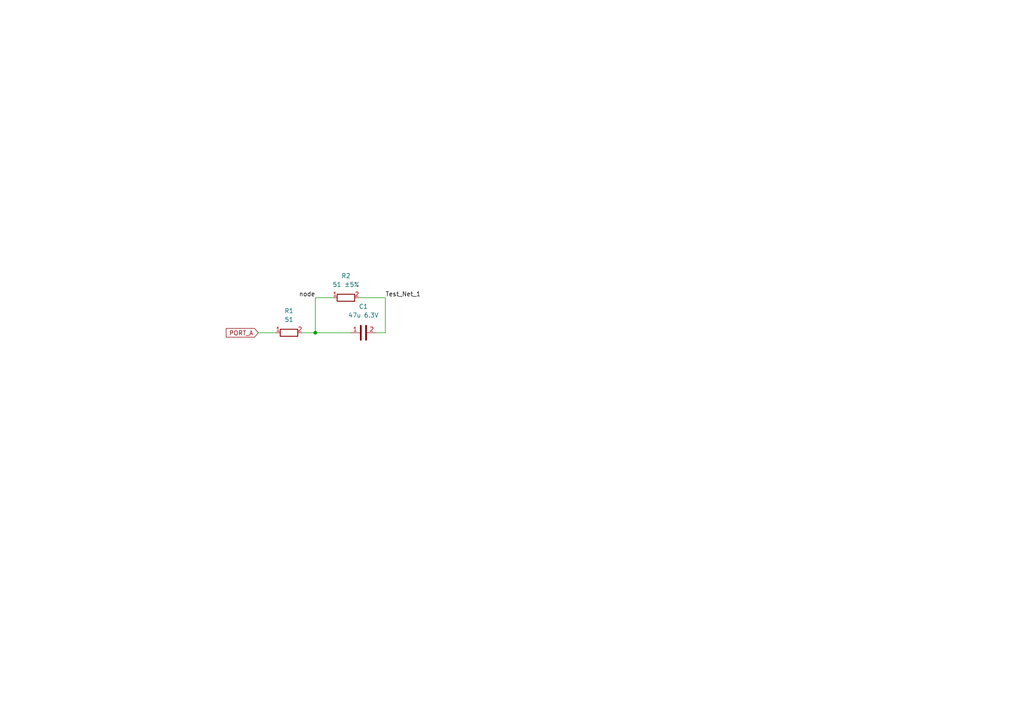
<source format=kicad_sch>
(kicad_sch (version 20211123) (generator eeschema)
  (paper "A4")
  (title_block (title "Simple Circuit") (date "2022-08-02") (rev "v01"))
  (lib_symbols
    (symbol "Device:C" (pin_names (offset 0.254))
      (property "Reference" "C" (at 0.635 2.54 0))
      (property "Value" "C" (at 0.635 -2.54 0))
      (symbol "C_0_1"
        (polyline (pts (xy -2.032 -0.762) (xy 2.032 -0.762)) (stroke (width 0.508)))
        (polyline (pts (xy -2.032 0.762) (xy 2.032 0.762)) (stroke (width 0.508)))
      )
      (symbol "C_1_1"
        (pin passive line (at 0 3.81 270) (length 2.794) (name "~") (number "1"))
        (pin passive line (at 0 -3.81 90) (length 2.794) (name "~") (number "2"))
      )
    )
    (symbol "Device:R" (pin_names (offset 0))
      (property "Reference" "R" (at 2.032 0 90))
      (property "Value" "R" (at 0 0 90))
      (symbol "R_0_1"
        (rectangle (start -1.016 -2.54) (end 1.016 2.54) (stroke (width 0.254)))
      )
      (symbol "R_1_1"
        (pin passive line (at 0 3.81 270) (length 1.27) (name "~") (number "1"))
        (pin passive line (at 0 -3.81 90) (length 1.27) (name "~") (number "2"))
      )
    )
  )
  (junction (at 91.44 96.52))
  (wire (pts (xy 91.44 86.36) (xy 91.44 96.52)))
  (wire (pts (xy 111.76 86.36) (xy 111.76 96.52)))
  (wire (pts (xy 104.14 86.36) (xy 111.76 86.36)))
  (wire (pts (xy 74.93 96.52) (xy 80.01 96.52)))
  (wire (pts (xy 91.44 86.36) (xy 96.52 86.36)))
  (wire (pts (xy 87.63 96.52) (xy 91.44 96.52)))
  (wire (pts (xy 109.22 96.52) (xy 111.76 96.52)))
  (wire (pts (xy 91.44 96.52) (xy 101.6 96.52)))
  (label "node" (at 91.44 86.36 180))
  (label "Test_Net_1" (at 111.76 86.36 0))
  (global_label "PORT_A" (shape input) (at 74.93 96.52 180) (property "Intersheet References" "${INTERSHEET_REFS}" (effects hide)))
  (symbol (lib_id "Device:R") (at 83.82 96.52 90) (unit 1)
    (property "Reference" "R1" (at 83.82 90.17 90))
    (property "Value" "51" (at 83.82 92.71 90))
  )
  (symbol (lib_id "Device:R") (at 100.33 86.36 90) (unit 1)
    (property "Reference" "R2" (at 100.33 80.01 90))
    (property "Value" "51 ±5%" (at 100.33 82.55 90))
  )
  (symbol (lib_id "Device:C") (at 105.41 96.52 90) (unit 1)
    (property "Reference" "C1" (at 105.41 88.9 90))
    (property "Value" "47u 6.3V" (at 105.41 91.44 90))
  )
)
</source>
